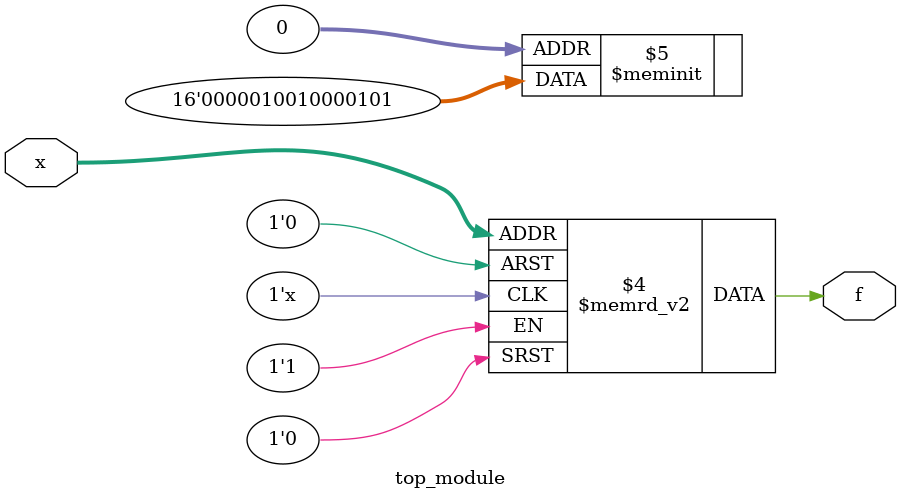
<source format=sv>
module top_module (
    input [4:1] x,
    output logic f
);

always_comb begin
    case (x)
        4'b0000: f = 1'b1;
        4'b0001: f = 1'b0; 
        4'b0011: f = 1'b0;
        4'b0010: f = 1'b1;
        4'b0110: f = 1'b0;
        4'b0111: f = 1'b1;
        4'b1011: f = 1'b0;
        4'b1010: f = 1'b1;
        default: f = 1'b0;
    endcase
end

endmodule

</source>
